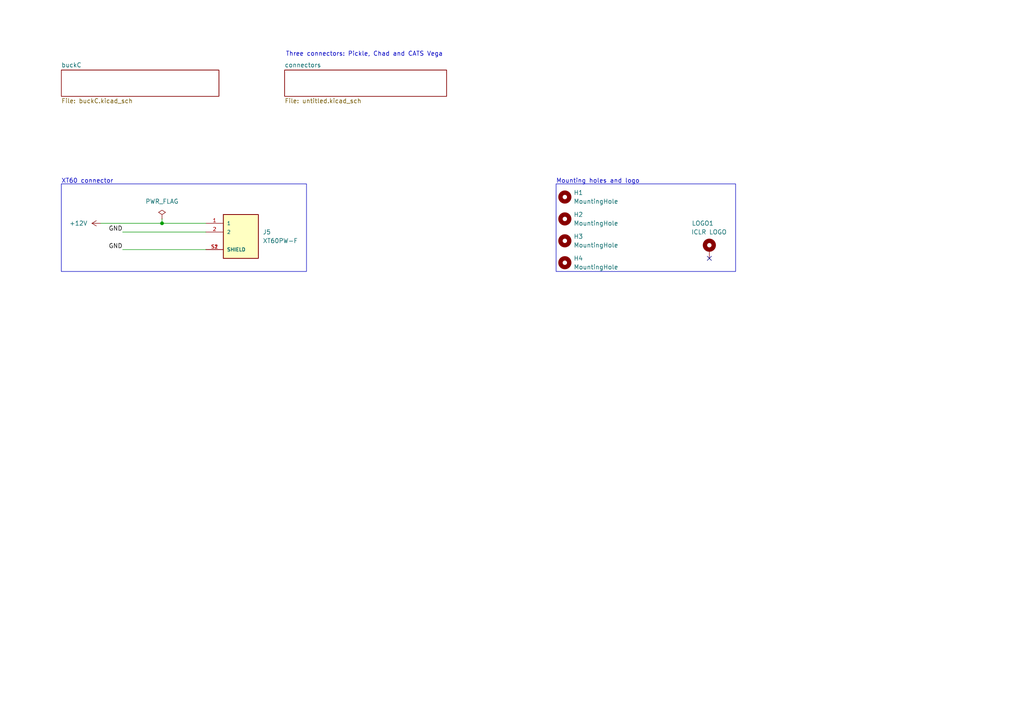
<source format=kicad_sch>
(kicad_sch (version 20231120) (generator "eeschema") (generator_version "8.0")
  (paper "A4")
  (lib_symbols
    (symbol "Mechanical:MountingHole" (pin_names (offset 1.016))
      (property "Reference" "H" (at 0 5.08 0))
      (property "Value" "MountingHole" (at 0 3.175 0))
      (symbol "MountingHole_0_1"
        (circle (center 0 0) (radius 1.27) (stroke (width 1.27)))
      )
    )
    (symbol "Mechanical:MountingHole_Pad" (pin_numbers hide) (pin_names (offset 1.016) hide)
      (property "Reference" "H" (at 0 6.35 0))
      (property "Value" "MountingHole_Pad" (at 0 4.445 0))
      (symbol "MountingHole_Pad_0_1"
        (circle (center 0 1.27) (radius 1.27) (stroke (width 1.27)))
      )
      (symbol "MountingHole_Pad_1_1"
        (pin input line (at 0 -2.54 90) (length 2.54) (name "1") (number "1"))
      )
    )
    (symbol "iclr:XT60PW-F" (pin_names (offset 1.016))
      (property "Reference" "J" (at -5.08 6.35 0))
      (property "Value" "XT60PW-F" (at -5.08 -8.89 0))
      (symbol "XT60PW-F_0_0"
        (rectangle (start -5.08 -7.62) (end 5.08 5.08) (stroke (width 0.254)) (fill (type background)))
        (pin passive line (at -10.16 2.54 0) (length 5.08) (name "1") (number "1"))
        (pin passive line (at -10.16 0 0) (length 5.08) (name "2") (number "2"))
        (pin passive line (at -10.16 -5.08 0) (length 5.08) (name "SHIELD") (number "S1"))
        (pin passive line (at -10.16 -5.08 0) (length 5.08) (name "SHIELD") (number "S2"))
      )
    )
    (symbol "power:+12V" (power) (pin_names (offset 0))
      (property "Value" "+12V" (at 0 3.556 0))
      (symbol "+12V_0_1"
        (polyline (pts (xy -0.762 1.27) (xy 0 2.54)))
        (polyline (pts (xy 0 0) (xy 0 2.54)))
        (polyline (pts (xy 0 2.54) (xy 0.762 1.27)))
      )
      (symbol "+12V_1_1"
        (pin power_in line (at 0 0 90) (length 0) hide (name "+12V") (number "1"))
      )
    )
    (symbol "power:PWR_FLAG" (power) (pin_numbers hide) (pin_names (offset 0) hide)
      (property "Value" "PWR_FLAG" (at 0 3.81 0))
      (symbol "PWR_FLAG_0_0"
        (pin power_out line (at 0 0 90) (length 0) (name "pwr") (number "1"))
      )
      (symbol "PWR_FLAG_0_1"
        (polyline (pts (xy 0 0) (xy 0 1.27) (xy -1.016 1.905) (xy 0 2.54) (xy 1.016 1.905) (xy 0 1.27)))
      )
    )
  )
  (junction (at 46.99 64.77))
  (no_connect (at 205.74 74.93))
  (wire (pts (xy 29.21 64.77) (xy 46.99 64.77)))
  (wire (pts (xy 46.99 64.77) (xy 46.99 63.5)))
  (wire (pts (xy 35.56 72.39) (xy 59.69 72.39)))
  (wire (pts (xy 46.99 64.77) (xy 59.69 64.77)))
  (wire (pts (xy 35.56 67.31) (xy 59.69 67.31)))
  (rectangle (start 17.78 53.34) (end 88.9 78.74))
  (rectangle (start 161.29 53.34) (end 213.36 78.74))
  (text "XT60 connector\n" (at 17.78 53.34 0) (effects (font (size 1.27 1.27)) (justify left bottom)))
  (text "Mounting holes and logo\n" (at 161.29 53.34 0) (effects (font (size 1.27 1.27)) (justify left bottom)))
  (text "Three connectors: Pickle, Chad and CATS Vega\n" (at 105.664 15.748 0) (effects (font (size 1.27 1.27))))
  (label "GND" (at 35.56 72.39 180))
  (label "GND" (at 35.56 67.31 180))
  (symbol (lib_id "iclr:XT60PW-F") (at 69.85 67.31 0) (unit 1)
    (property "Reference" "J5" (at 76.2 67.31 0) (effects (justify left)))
    (property "Value" "XT60PW-F" (at 76.2 69.85 0) (effects (justify left)))
    (property "Footprint" "iclr:AMASS_XT60PW-F" (effects (hide yes)))
    (property "PARTREV" "V1.2" (effects (hide yes)))
    (property "STANDARD" "Manufacturer Recommendations" (effects (hide yes)))
    (property "MAXIMUM_PACKAGE_HEIGHT" "8.4 mm" (effects (hide yes)))
    (property "MANUFACTURER" "AMASS" (effects (hide yes)))
  )
  (symbol (lib_id "power:+12V") (at 29.21 64.77 90) (unit 1)
    (property "Reference" "#PWR01" (effects (hide yes)))
    (property "Value" "+12V" (at 25.4 64.77 90) (effects (justify left)))
  )
  (symbol (lib_id "Mechanical:MountingHole_Pad") (at 205.74 72.39 0) (unit 1)
    (property "Reference" "LOGO1" (at 207.01 64.77 0) (effects (justify right)))
    (property "Value" "ICLR LOGO" (at 210.82 67.31 0) (effects (justify right)))
    (property "Footprint" "iclr:iclr_logo_estd2018_10mm" (effects (hide yes)))
  )
  (symbol (lib_id "Mechanical:MountingHole") (at 163.83 63.5 0) (unit 1)
    (property "Reference" "H2" (at 166.37 62.23 0) (effects (justify left)))
    (property "Value" "MountingHole" (at 166.37 64.77 0) (effects (justify left)))
    (property "Footprint" "MountingHole:MountingHole_3.2mm_M3" (effects (hide yes)))
  )
  (symbol (lib_id "power:PWR_FLAG") (at 46.99 63.5 0) (unit 1)
    (property "Reference" "#FLG01" (effects (hide yes)))
    (property "Value" "PWR_FLAG" (at 46.99 58.42 0))
  )
  (symbol (lib_id "Mechanical:MountingHole") (at 163.83 76.2 0) (unit 1)
    (property "Reference" "H4" (at 166.37 74.93 0) (effects (justify left)))
    (property "Value" "MountingHole" (at 166.37 77.47 0) (effects (justify left)))
    (property "Footprint" "MountingHole:MountingHole_3.2mm_M3" (effects (hide yes)))
  )
  (symbol (lib_id "Mechanical:MountingHole") (at 163.83 69.85 0) (unit 1)
    (property "Reference" "H3" (at 166.37 68.58 0) (effects (justify left)))
    (property "Value" "MountingHole" (at 166.37 71.12 0) (effects (justify left)))
    (property "Footprint" "MountingHole:MountingHole_3.2mm_M3" (effects (hide yes)))
  )
  (symbol (lib_id "Mechanical:MountingHole") (at 163.83 57.15 0) (unit 1)
    (property "Reference" "H1" (at 166.37 55.88 0) (effects (justify left)))
    (property "Value" "MountingHole" (at 166.37 58.42 0) (effects (justify left)))
    (property "Footprint" "MountingHole:MountingHole_3.2mm_M3" (effects (hide yes)))
  )
  (sheet (at 17.78 20.32) (size 45.72 7.62) (stroke (width 0.1524))
    (property "Sheetname" "buckC" (at 17.78 19.6084 0) (effects (justify left bottom)))
    (property "Sheetfile" "buckC.kicad_sch" (at 17.78 28.5246 0) (effects (justify left top)))
  )
  (sheet (at 82.55 20.32) (size 46.99 7.62) (stroke (width 0.1524))
    (property "Sheetname" "connectors" (at 82.55 19.6084 0) (effects (justify left bottom)))
    (property "Sheetfile" "untitled.kicad_sch" (at 82.55 28.5246 0) (effects (justify left top)))
  )
)
</source>
